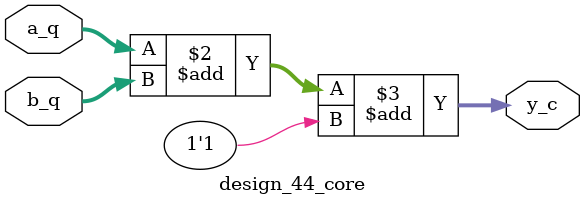
<source format=v>
module design_44_core #(
  parameter W = 20
)(
  input      [W-1:0] a_q,
  input      [W-1:0] b_q,
  output reg [W-1:0] y_c
);
  always @* begin
    y_c = a_q + b_q + 1'b1;
  end
endmodule

</source>
